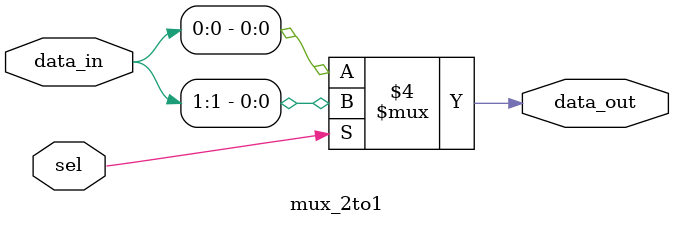
<source format=v>
module mux_2to1(
    input [1:0] data_in,  // Two input data lines
    input sel,            // Selection control signal
    output reg data_out   // Output data line
);

always @(*) begin
    if (sel == 0)
        data_out = data_in[0];
    else
        data_out = data_in[1];
end

endmodule

</source>
